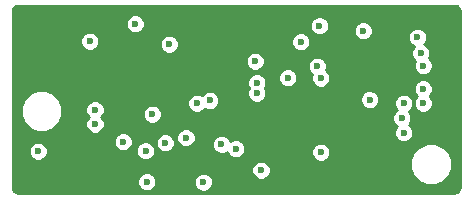
<source format=gbr>
G04 #@! TF.FileFunction,Copper,L3,Inr,Signal*
%FSLAX46Y46*%
G04 Gerber Fmt 4.6, Leading zero omitted, Abs format (unit mm)*
G04 Created by KiCad (PCBNEW 4.0.2-stable) date 2017年05月12日 星期五 07:52:48*
%MOMM*%
G01*
G04 APERTURE LIST*
%ADD10C,0.100000*%
%ADD11C,0.600000*%
%ADD12C,0.254000*%
G04 APERTURE END LIST*
D10*
D11*
X169575000Y-102125000D03*
X176100000Y-93800000D03*
X182850000Y-95200000D03*
X182650000Y-91700000D03*
X186625000Y-101875000D03*
X184150000Y-96200000D03*
X185250000Y-94100000D03*
X176000000Y-102200000D03*
X160225000Y-104650000D03*
X178775000Y-98325010D03*
X167400000Y-100450000D03*
X178775000Y-102375000D03*
X167725000Y-93349998D03*
X167350004Y-94475000D03*
X162700000Y-97650000D03*
X168500000Y-101700000D03*
X176100000Y-94774998D03*
X185800000Y-98025010D03*
X181650000Y-96200000D03*
X181650002Y-102475000D03*
X174475000Y-102200000D03*
X178874990Y-96175000D03*
X157725000Y-102400000D03*
X188675000Y-100850000D03*
X188675000Y-98350000D03*
X188525000Y-99600000D03*
X190350000Y-95150000D03*
X162100000Y-93100000D03*
X167400000Y-99275000D03*
X166925000Y-104975000D03*
X171725000Y-105025000D03*
X176600000Y-104000000D03*
X185250000Y-92200000D03*
X190125000Y-94100000D03*
X189850000Y-92750000D03*
X181550000Y-91775000D03*
X181350000Y-95200000D03*
X179975000Y-93125000D03*
X168825004Y-93350000D03*
X165950000Y-91625000D03*
X162550000Y-100100000D03*
X162550000Y-98900000D03*
X176250008Y-96600000D03*
X190349998Y-97125000D03*
X176250004Y-97500000D03*
X190349999Y-98349999D03*
X170250004Y-101250000D03*
X171175000Y-98350000D03*
X166825000Y-102375000D03*
X172275000Y-98099992D03*
X164925000Y-101600000D03*
X173250000Y-101825000D03*
D12*
G36*
X193155208Y-90125294D02*
X193286788Y-90213213D01*
X193374706Y-90344792D01*
X193417000Y-90557420D01*
X193417000Y-105442580D01*
X193374706Y-105655208D01*
X193286788Y-105786787D01*
X193155208Y-105874706D01*
X192942580Y-105917000D01*
X156057420Y-105917000D01*
X155844792Y-105874706D01*
X155713213Y-105786788D01*
X155625294Y-105655208D01*
X155583000Y-105442580D01*
X155583000Y-105135016D01*
X166116860Y-105135016D01*
X166239611Y-105432097D01*
X166466707Y-105659590D01*
X166763574Y-105782860D01*
X167085016Y-105783140D01*
X167382097Y-105660389D01*
X167609590Y-105433293D01*
X167712683Y-105185016D01*
X170916860Y-105185016D01*
X171039611Y-105482097D01*
X171266707Y-105709590D01*
X171563574Y-105832860D01*
X171885016Y-105833140D01*
X172182097Y-105710389D01*
X172409590Y-105483293D01*
X172532860Y-105186426D01*
X172533140Y-104864984D01*
X172410389Y-104567903D01*
X172183293Y-104340410D01*
X171886426Y-104217140D01*
X171564984Y-104216860D01*
X171267903Y-104339611D01*
X171040410Y-104566707D01*
X170917140Y-104863574D01*
X170916860Y-105185016D01*
X167712683Y-105185016D01*
X167732860Y-105136426D01*
X167733140Y-104814984D01*
X167610389Y-104517903D01*
X167383293Y-104290410D01*
X167086426Y-104167140D01*
X166764984Y-104166860D01*
X166467903Y-104289611D01*
X166240410Y-104516707D01*
X166117140Y-104813574D01*
X166116860Y-105135016D01*
X155583000Y-105135016D01*
X155583000Y-104160016D01*
X175791860Y-104160016D01*
X175914611Y-104457097D01*
X176141707Y-104684590D01*
X176438574Y-104807860D01*
X176760016Y-104808140D01*
X177057097Y-104685389D01*
X177284590Y-104458293D01*
X177407860Y-104161426D01*
X177408132Y-103848154D01*
X189241696Y-103848154D01*
X189508771Y-104494526D01*
X190002873Y-104989491D01*
X190648778Y-105257694D01*
X191348154Y-105258304D01*
X191994526Y-104991229D01*
X192489491Y-104497127D01*
X192757694Y-103851222D01*
X192758304Y-103151846D01*
X192491229Y-102505474D01*
X191997127Y-102010509D01*
X191351222Y-101742306D01*
X190651846Y-101741696D01*
X190005474Y-102008771D01*
X189510509Y-102502873D01*
X189242306Y-103148778D01*
X189241696Y-103848154D01*
X177408132Y-103848154D01*
X177408140Y-103839984D01*
X177285389Y-103542903D01*
X177058293Y-103315410D01*
X176761426Y-103192140D01*
X176439984Y-103191860D01*
X176142903Y-103314611D01*
X175915410Y-103541707D01*
X175792140Y-103838574D01*
X175791860Y-104160016D01*
X155583000Y-104160016D01*
X155583000Y-102560016D01*
X156916860Y-102560016D01*
X157039611Y-102857097D01*
X157266707Y-103084590D01*
X157563574Y-103207860D01*
X157885016Y-103208140D01*
X158182097Y-103085389D01*
X158409590Y-102858293D01*
X158532860Y-102561426D01*
X158532883Y-102535016D01*
X166016860Y-102535016D01*
X166139611Y-102832097D01*
X166366707Y-103059590D01*
X166663574Y-103182860D01*
X166985016Y-103183140D01*
X167282097Y-103060389D01*
X167509590Y-102833293D01*
X167632860Y-102536426D01*
X167633140Y-102214984D01*
X167510389Y-101917903D01*
X167452604Y-101860016D01*
X167691860Y-101860016D01*
X167814611Y-102157097D01*
X168041707Y-102384590D01*
X168338574Y-102507860D01*
X168660016Y-102508140D01*
X168957097Y-102385389D01*
X169184590Y-102158293D01*
X169307860Y-101861426D01*
X169308140Y-101539984D01*
X169254439Y-101410016D01*
X169441864Y-101410016D01*
X169564615Y-101707097D01*
X169791711Y-101934590D01*
X170088578Y-102057860D01*
X170410020Y-102058140D01*
X170586994Y-101985016D01*
X172441860Y-101985016D01*
X172564611Y-102282097D01*
X172791707Y-102509590D01*
X173088574Y-102632860D01*
X173410016Y-102633140D01*
X173707097Y-102510389D01*
X173722599Y-102494914D01*
X173789611Y-102657097D01*
X174016707Y-102884590D01*
X174313574Y-103007860D01*
X174635016Y-103008140D01*
X174932097Y-102885389D01*
X175159590Y-102658293D01*
X175169255Y-102635016D01*
X180841862Y-102635016D01*
X180964613Y-102932097D01*
X181191709Y-103159590D01*
X181488576Y-103282860D01*
X181810018Y-103283140D01*
X182107099Y-103160389D01*
X182334592Y-102933293D01*
X182457862Y-102636426D01*
X182458142Y-102314984D01*
X182335391Y-102017903D01*
X182108295Y-101790410D01*
X181811428Y-101667140D01*
X181489986Y-101666860D01*
X181192905Y-101789611D01*
X180965412Y-102016707D01*
X180842142Y-102313574D01*
X180841862Y-102635016D01*
X175169255Y-102635016D01*
X175282860Y-102361426D01*
X175283140Y-102039984D01*
X175160389Y-101742903D01*
X174933293Y-101515410D01*
X174636426Y-101392140D01*
X174314984Y-101391860D01*
X174017903Y-101514611D01*
X174002401Y-101530086D01*
X173935389Y-101367903D01*
X173708293Y-101140410D01*
X173411426Y-101017140D01*
X173089984Y-101016860D01*
X172792903Y-101139611D01*
X172565410Y-101366707D01*
X172442140Y-101663574D01*
X172441860Y-101985016D01*
X170586994Y-101985016D01*
X170707101Y-101935389D01*
X170934594Y-101708293D01*
X171057864Y-101411426D01*
X171058144Y-101089984D01*
X170935393Y-100792903D01*
X170708297Y-100565410D01*
X170411430Y-100442140D01*
X170089988Y-100441860D01*
X169792907Y-100564611D01*
X169565414Y-100791707D01*
X169442144Y-101088574D01*
X169441864Y-101410016D01*
X169254439Y-101410016D01*
X169185389Y-101242903D01*
X168958293Y-101015410D01*
X168661426Y-100892140D01*
X168339984Y-100891860D01*
X168042903Y-101014611D01*
X167815410Y-101241707D01*
X167692140Y-101538574D01*
X167691860Y-101860016D01*
X167452604Y-101860016D01*
X167283293Y-101690410D01*
X166986426Y-101567140D01*
X166664984Y-101566860D01*
X166367903Y-101689611D01*
X166140410Y-101916707D01*
X166017140Y-102213574D01*
X166016860Y-102535016D01*
X158532883Y-102535016D01*
X158533140Y-102239984D01*
X158410389Y-101942903D01*
X158227822Y-101760016D01*
X164116860Y-101760016D01*
X164239611Y-102057097D01*
X164466707Y-102284590D01*
X164763574Y-102407860D01*
X165085016Y-102408140D01*
X165382097Y-102285389D01*
X165609590Y-102058293D01*
X165732860Y-101761426D01*
X165733140Y-101439984D01*
X165610389Y-101142903D01*
X165383293Y-100915410D01*
X165086426Y-100792140D01*
X164764984Y-100791860D01*
X164467903Y-100914611D01*
X164240410Y-101141707D01*
X164117140Y-101438574D01*
X164116860Y-101760016D01*
X158227822Y-101760016D01*
X158183293Y-101715410D01*
X157886426Y-101592140D01*
X157564984Y-101591860D01*
X157267903Y-101714611D01*
X157040410Y-101941707D01*
X156917140Y-102238574D01*
X156916860Y-102560016D01*
X155583000Y-102560016D01*
X155583000Y-99348154D01*
X156241696Y-99348154D01*
X156508771Y-99994526D01*
X157002873Y-100489491D01*
X157648778Y-100757694D01*
X158348154Y-100758304D01*
X158994526Y-100491229D01*
X159489491Y-99997127D01*
X159757694Y-99351222D01*
X159757947Y-99060016D01*
X161741860Y-99060016D01*
X161864611Y-99357097D01*
X162007315Y-99500050D01*
X161865410Y-99641707D01*
X161742140Y-99938574D01*
X161741860Y-100260016D01*
X161864611Y-100557097D01*
X162091707Y-100784590D01*
X162388574Y-100907860D01*
X162710016Y-100908140D01*
X163007097Y-100785389D01*
X163234590Y-100558293D01*
X163357860Y-100261426D01*
X163358140Y-99939984D01*
X163235389Y-99642903D01*
X163092685Y-99499950D01*
X163157732Y-99435016D01*
X166591860Y-99435016D01*
X166714611Y-99732097D01*
X166941707Y-99959590D01*
X167238574Y-100082860D01*
X167560016Y-100083140D01*
X167857097Y-99960389D01*
X168057820Y-99760016D01*
X187716860Y-99760016D01*
X187839611Y-100057097D01*
X188066707Y-100284590D01*
X188088605Y-100293683D01*
X187990410Y-100391707D01*
X187867140Y-100688574D01*
X187866860Y-101010016D01*
X187989611Y-101307097D01*
X188216707Y-101534590D01*
X188513574Y-101657860D01*
X188835016Y-101658140D01*
X189132097Y-101535389D01*
X189359590Y-101308293D01*
X189482860Y-101011426D01*
X189483140Y-100689984D01*
X189360389Y-100392903D01*
X189133293Y-100165410D01*
X189111395Y-100156317D01*
X189209590Y-100058293D01*
X189332860Y-99761426D01*
X189333140Y-99439984D01*
X189210389Y-99142903D01*
X189111541Y-99043882D01*
X189132097Y-99035389D01*
X189359590Y-98808293D01*
X189482860Y-98511426D01*
X189483140Y-98189984D01*
X189360389Y-97892903D01*
X189133293Y-97665410D01*
X188836426Y-97542140D01*
X188514984Y-97541860D01*
X188217903Y-97664611D01*
X187990410Y-97891707D01*
X187867140Y-98188574D01*
X187866860Y-98510016D01*
X187989611Y-98807097D01*
X188088459Y-98906118D01*
X188067903Y-98914611D01*
X187840410Y-99141707D01*
X187717140Y-99438574D01*
X187716860Y-99760016D01*
X168057820Y-99760016D01*
X168084590Y-99733293D01*
X168207860Y-99436426D01*
X168208140Y-99114984D01*
X168085389Y-98817903D01*
X167858293Y-98590410D01*
X167664683Y-98510016D01*
X170366860Y-98510016D01*
X170489611Y-98807097D01*
X170716707Y-99034590D01*
X171013574Y-99157860D01*
X171335016Y-99158140D01*
X171632097Y-99035389D01*
X171859590Y-98808293D01*
X171861681Y-98803257D01*
X172113574Y-98907852D01*
X172435016Y-98908132D01*
X172732097Y-98785381D01*
X172959590Y-98558285D01*
X173082860Y-98261418D01*
X173083140Y-97939976D01*
X172967464Y-97660016D01*
X175441864Y-97660016D01*
X175564615Y-97957097D01*
X175791711Y-98184590D01*
X176088578Y-98307860D01*
X176410020Y-98308140D01*
X176707101Y-98185389D01*
X176707464Y-98185026D01*
X184991860Y-98185026D01*
X185114611Y-98482107D01*
X185341707Y-98709600D01*
X185638574Y-98832870D01*
X185960016Y-98833150D01*
X186257097Y-98710399D01*
X186484590Y-98483303D01*
X186607860Y-98186436D01*
X186608140Y-97864994D01*
X186485389Y-97567913D01*
X186258293Y-97340420D01*
X186124866Y-97285016D01*
X189541858Y-97285016D01*
X189664609Y-97582097D01*
X189819813Y-97737572D01*
X189665409Y-97891706D01*
X189542139Y-98188573D01*
X189541859Y-98510015D01*
X189664610Y-98807096D01*
X189891706Y-99034589D01*
X190188573Y-99157859D01*
X190510015Y-99158139D01*
X190807096Y-99035388D01*
X191034589Y-98808292D01*
X191157859Y-98511425D01*
X191158139Y-98189983D01*
X191035388Y-97892902D01*
X190880184Y-97737427D01*
X191034588Y-97583293D01*
X191157858Y-97286426D01*
X191158138Y-96964984D01*
X191035387Y-96667903D01*
X190808291Y-96440410D01*
X190511424Y-96317140D01*
X190189982Y-96316860D01*
X189892901Y-96439611D01*
X189665408Y-96666707D01*
X189542138Y-96963574D01*
X189541858Y-97285016D01*
X186124866Y-97285016D01*
X185961426Y-97217150D01*
X185639984Y-97216870D01*
X185342903Y-97339621D01*
X185115410Y-97566717D01*
X184992140Y-97863584D01*
X184991860Y-98185026D01*
X176707464Y-98185026D01*
X176934594Y-97958293D01*
X177057864Y-97661426D01*
X177058144Y-97339984D01*
X176938184Y-97049657D01*
X177057868Y-96761426D01*
X177058148Y-96439984D01*
X177014777Y-96335016D01*
X178066850Y-96335016D01*
X178189601Y-96632097D01*
X178416697Y-96859590D01*
X178713564Y-96982860D01*
X179035006Y-96983140D01*
X179332087Y-96860389D01*
X179559580Y-96633293D01*
X179682850Y-96336426D01*
X179683130Y-96014984D01*
X179560379Y-95717903D01*
X179333283Y-95490410D01*
X179036416Y-95367140D01*
X178714974Y-95366860D01*
X178417893Y-95489611D01*
X178190400Y-95716707D01*
X178067130Y-96013574D01*
X178066850Y-96335016D01*
X177014777Y-96335016D01*
X176935397Y-96142903D01*
X176708301Y-95915410D01*
X176411434Y-95792140D01*
X176089992Y-95791860D01*
X175792911Y-95914611D01*
X175565418Y-96141707D01*
X175442148Y-96438574D01*
X175441868Y-96760016D01*
X175561828Y-97050343D01*
X175442144Y-97338574D01*
X175441864Y-97660016D01*
X172967464Y-97660016D01*
X172960389Y-97642895D01*
X172733293Y-97415402D01*
X172436426Y-97292132D01*
X172114984Y-97291852D01*
X171817903Y-97414603D01*
X171590410Y-97641699D01*
X171588319Y-97646735D01*
X171336426Y-97542140D01*
X171014984Y-97541860D01*
X170717903Y-97664611D01*
X170490410Y-97891707D01*
X170367140Y-98188574D01*
X170366860Y-98510016D01*
X167664683Y-98510016D01*
X167561426Y-98467140D01*
X167239984Y-98466860D01*
X166942903Y-98589611D01*
X166715410Y-98816707D01*
X166592140Y-99113574D01*
X166591860Y-99435016D01*
X163157732Y-99435016D01*
X163234590Y-99358293D01*
X163357860Y-99061426D01*
X163358140Y-98739984D01*
X163235389Y-98442903D01*
X163008293Y-98215410D01*
X162711426Y-98092140D01*
X162389984Y-98091860D01*
X162092903Y-98214611D01*
X161865410Y-98441707D01*
X161742140Y-98738574D01*
X161741860Y-99060016D01*
X159757947Y-99060016D01*
X159758304Y-98651846D01*
X159491229Y-98005474D01*
X158997127Y-97510509D01*
X158351222Y-97242306D01*
X157651846Y-97241696D01*
X157005474Y-97508771D01*
X156510509Y-98002873D01*
X156242306Y-98648778D01*
X156241696Y-99348154D01*
X155583000Y-99348154D01*
X155583000Y-94935014D01*
X175291860Y-94935014D01*
X175414611Y-95232095D01*
X175641707Y-95459588D01*
X175938574Y-95582858D01*
X176260016Y-95583138D01*
X176557097Y-95460387D01*
X176657643Y-95360016D01*
X180541860Y-95360016D01*
X180664611Y-95657097D01*
X180891707Y-95884590D01*
X180903966Y-95889680D01*
X180842140Y-96038574D01*
X180841860Y-96360016D01*
X180964611Y-96657097D01*
X181191707Y-96884590D01*
X181488574Y-97007860D01*
X181810016Y-97008140D01*
X182107097Y-96885389D01*
X182334590Y-96658293D01*
X182457860Y-96361426D01*
X182458140Y-96039984D01*
X182335389Y-95742903D01*
X182108293Y-95515410D01*
X182096034Y-95510320D01*
X182157860Y-95361426D01*
X182158140Y-95039984D01*
X182035389Y-94742903D01*
X181808293Y-94515410D01*
X181511426Y-94392140D01*
X181189984Y-94391860D01*
X180892903Y-94514611D01*
X180665410Y-94741707D01*
X180542140Y-95038574D01*
X180541860Y-95360016D01*
X176657643Y-95360016D01*
X176784590Y-95233291D01*
X176907860Y-94936424D01*
X176908140Y-94614982D01*
X176785389Y-94317901D01*
X176558293Y-94090408D01*
X176261426Y-93967138D01*
X175939984Y-93966858D01*
X175642903Y-94089609D01*
X175415410Y-94316705D01*
X175292140Y-94613572D01*
X175291860Y-94935014D01*
X155583000Y-94935014D01*
X155583000Y-93260016D01*
X161291860Y-93260016D01*
X161414611Y-93557097D01*
X161641707Y-93784590D01*
X161938574Y-93907860D01*
X162260016Y-93908140D01*
X162557097Y-93785389D01*
X162784590Y-93558293D01*
X162804636Y-93510016D01*
X168016864Y-93510016D01*
X168139615Y-93807097D01*
X168366711Y-94034590D01*
X168663578Y-94157860D01*
X168985020Y-94158140D01*
X169282101Y-94035389D01*
X169509594Y-93808293D01*
X169632864Y-93511426D01*
X169633061Y-93285016D01*
X179166860Y-93285016D01*
X179289611Y-93582097D01*
X179516707Y-93809590D01*
X179813574Y-93932860D01*
X180135016Y-93933140D01*
X180432097Y-93810389D01*
X180659590Y-93583293D01*
X180782860Y-93286426D01*
X180783140Y-92964984D01*
X180660389Y-92667903D01*
X180433293Y-92440410D01*
X180136426Y-92317140D01*
X179814984Y-92316860D01*
X179517903Y-92439611D01*
X179290410Y-92666707D01*
X179167140Y-92963574D01*
X179166860Y-93285016D01*
X169633061Y-93285016D01*
X169633144Y-93189984D01*
X169510393Y-92892903D01*
X169283297Y-92665410D01*
X168986430Y-92542140D01*
X168664988Y-92541860D01*
X168367907Y-92664611D01*
X168140414Y-92891707D01*
X168017144Y-93188574D01*
X168016864Y-93510016D01*
X162804636Y-93510016D01*
X162907860Y-93261426D01*
X162908140Y-92939984D01*
X162785389Y-92642903D01*
X162558293Y-92415410D01*
X162261426Y-92292140D01*
X161939984Y-92291860D01*
X161642903Y-92414611D01*
X161415410Y-92641707D01*
X161292140Y-92938574D01*
X161291860Y-93260016D01*
X155583000Y-93260016D01*
X155583000Y-91785016D01*
X165141860Y-91785016D01*
X165264611Y-92082097D01*
X165491707Y-92309590D01*
X165788574Y-92432860D01*
X166110016Y-92433140D01*
X166407097Y-92310389D01*
X166634590Y-92083293D01*
X166696160Y-91935016D01*
X180741860Y-91935016D01*
X180864611Y-92232097D01*
X181091707Y-92459590D01*
X181388574Y-92582860D01*
X181710016Y-92583140D01*
X182007097Y-92460389D01*
X182107645Y-92360016D01*
X184441860Y-92360016D01*
X184564611Y-92657097D01*
X184791707Y-92884590D01*
X185088574Y-93007860D01*
X185410016Y-93008140D01*
X185647494Y-92910016D01*
X189041860Y-92910016D01*
X189164611Y-93207097D01*
X189391707Y-93434590D01*
X189572631Y-93509716D01*
X189440410Y-93641707D01*
X189317140Y-93938574D01*
X189316860Y-94260016D01*
X189439611Y-94557097D01*
X189638553Y-94756386D01*
X189542140Y-94988574D01*
X189541860Y-95310016D01*
X189664611Y-95607097D01*
X189891707Y-95834590D01*
X190188574Y-95957860D01*
X190510016Y-95958140D01*
X190807097Y-95835389D01*
X191034590Y-95608293D01*
X191157860Y-95311426D01*
X191158140Y-94989984D01*
X191035389Y-94692903D01*
X190836447Y-94493614D01*
X190932860Y-94261426D01*
X190933140Y-93939984D01*
X190810389Y-93642903D01*
X190583293Y-93415410D01*
X190402369Y-93340284D01*
X190534590Y-93208293D01*
X190657860Y-92911426D01*
X190658140Y-92589984D01*
X190535389Y-92292903D01*
X190308293Y-92065410D01*
X190011426Y-91942140D01*
X189689984Y-91941860D01*
X189392903Y-92064611D01*
X189165410Y-92291707D01*
X189042140Y-92588574D01*
X189041860Y-92910016D01*
X185647494Y-92910016D01*
X185707097Y-92885389D01*
X185934590Y-92658293D01*
X186057860Y-92361426D01*
X186058140Y-92039984D01*
X185935389Y-91742903D01*
X185708293Y-91515410D01*
X185411426Y-91392140D01*
X185089984Y-91391860D01*
X184792903Y-91514611D01*
X184565410Y-91741707D01*
X184442140Y-92038574D01*
X184441860Y-92360016D01*
X182107645Y-92360016D01*
X182234590Y-92233293D01*
X182357860Y-91936426D01*
X182358140Y-91614984D01*
X182235389Y-91317903D01*
X182008293Y-91090410D01*
X181711426Y-90967140D01*
X181389984Y-90966860D01*
X181092903Y-91089611D01*
X180865410Y-91316707D01*
X180742140Y-91613574D01*
X180741860Y-91935016D01*
X166696160Y-91935016D01*
X166757860Y-91786426D01*
X166758140Y-91464984D01*
X166635389Y-91167903D01*
X166408293Y-90940410D01*
X166111426Y-90817140D01*
X165789984Y-90816860D01*
X165492903Y-90939611D01*
X165265410Y-91166707D01*
X165142140Y-91463574D01*
X165141860Y-91785016D01*
X155583000Y-91785016D01*
X155583000Y-90557420D01*
X155625294Y-90344792D01*
X155713213Y-90213212D01*
X155844792Y-90125294D01*
X156057420Y-90083000D01*
X192942580Y-90083000D01*
X193155208Y-90125294D01*
X193155208Y-90125294D01*
G37*
X193155208Y-90125294D02*
X193286788Y-90213213D01*
X193374706Y-90344792D01*
X193417000Y-90557420D01*
X193417000Y-105442580D01*
X193374706Y-105655208D01*
X193286788Y-105786787D01*
X193155208Y-105874706D01*
X192942580Y-105917000D01*
X156057420Y-105917000D01*
X155844792Y-105874706D01*
X155713213Y-105786788D01*
X155625294Y-105655208D01*
X155583000Y-105442580D01*
X155583000Y-105135016D01*
X166116860Y-105135016D01*
X166239611Y-105432097D01*
X166466707Y-105659590D01*
X166763574Y-105782860D01*
X167085016Y-105783140D01*
X167382097Y-105660389D01*
X167609590Y-105433293D01*
X167712683Y-105185016D01*
X170916860Y-105185016D01*
X171039611Y-105482097D01*
X171266707Y-105709590D01*
X171563574Y-105832860D01*
X171885016Y-105833140D01*
X172182097Y-105710389D01*
X172409590Y-105483293D01*
X172532860Y-105186426D01*
X172533140Y-104864984D01*
X172410389Y-104567903D01*
X172183293Y-104340410D01*
X171886426Y-104217140D01*
X171564984Y-104216860D01*
X171267903Y-104339611D01*
X171040410Y-104566707D01*
X170917140Y-104863574D01*
X170916860Y-105185016D01*
X167712683Y-105185016D01*
X167732860Y-105136426D01*
X167733140Y-104814984D01*
X167610389Y-104517903D01*
X167383293Y-104290410D01*
X167086426Y-104167140D01*
X166764984Y-104166860D01*
X166467903Y-104289611D01*
X166240410Y-104516707D01*
X166117140Y-104813574D01*
X166116860Y-105135016D01*
X155583000Y-105135016D01*
X155583000Y-104160016D01*
X175791860Y-104160016D01*
X175914611Y-104457097D01*
X176141707Y-104684590D01*
X176438574Y-104807860D01*
X176760016Y-104808140D01*
X177057097Y-104685389D01*
X177284590Y-104458293D01*
X177407860Y-104161426D01*
X177408132Y-103848154D01*
X189241696Y-103848154D01*
X189508771Y-104494526D01*
X190002873Y-104989491D01*
X190648778Y-105257694D01*
X191348154Y-105258304D01*
X191994526Y-104991229D01*
X192489491Y-104497127D01*
X192757694Y-103851222D01*
X192758304Y-103151846D01*
X192491229Y-102505474D01*
X191997127Y-102010509D01*
X191351222Y-101742306D01*
X190651846Y-101741696D01*
X190005474Y-102008771D01*
X189510509Y-102502873D01*
X189242306Y-103148778D01*
X189241696Y-103848154D01*
X177408132Y-103848154D01*
X177408140Y-103839984D01*
X177285389Y-103542903D01*
X177058293Y-103315410D01*
X176761426Y-103192140D01*
X176439984Y-103191860D01*
X176142903Y-103314611D01*
X175915410Y-103541707D01*
X175792140Y-103838574D01*
X175791860Y-104160016D01*
X155583000Y-104160016D01*
X155583000Y-102560016D01*
X156916860Y-102560016D01*
X157039611Y-102857097D01*
X157266707Y-103084590D01*
X157563574Y-103207860D01*
X157885016Y-103208140D01*
X158182097Y-103085389D01*
X158409590Y-102858293D01*
X158532860Y-102561426D01*
X158532883Y-102535016D01*
X166016860Y-102535016D01*
X166139611Y-102832097D01*
X166366707Y-103059590D01*
X166663574Y-103182860D01*
X166985016Y-103183140D01*
X167282097Y-103060389D01*
X167509590Y-102833293D01*
X167632860Y-102536426D01*
X167633140Y-102214984D01*
X167510389Y-101917903D01*
X167452604Y-101860016D01*
X167691860Y-101860016D01*
X167814611Y-102157097D01*
X168041707Y-102384590D01*
X168338574Y-102507860D01*
X168660016Y-102508140D01*
X168957097Y-102385389D01*
X169184590Y-102158293D01*
X169307860Y-101861426D01*
X169308140Y-101539984D01*
X169254439Y-101410016D01*
X169441864Y-101410016D01*
X169564615Y-101707097D01*
X169791711Y-101934590D01*
X170088578Y-102057860D01*
X170410020Y-102058140D01*
X170586994Y-101985016D01*
X172441860Y-101985016D01*
X172564611Y-102282097D01*
X172791707Y-102509590D01*
X173088574Y-102632860D01*
X173410016Y-102633140D01*
X173707097Y-102510389D01*
X173722599Y-102494914D01*
X173789611Y-102657097D01*
X174016707Y-102884590D01*
X174313574Y-103007860D01*
X174635016Y-103008140D01*
X174932097Y-102885389D01*
X175159590Y-102658293D01*
X175169255Y-102635016D01*
X180841862Y-102635016D01*
X180964613Y-102932097D01*
X181191709Y-103159590D01*
X181488576Y-103282860D01*
X181810018Y-103283140D01*
X182107099Y-103160389D01*
X182334592Y-102933293D01*
X182457862Y-102636426D01*
X182458142Y-102314984D01*
X182335391Y-102017903D01*
X182108295Y-101790410D01*
X181811428Y-101667140D01*
X181489986Y-101666860D01*
X181192905Y-101789611D01*
X180965412Y-102016707D01*
X180842142Y-102313574D01*
X180841862Y-102635016D01*
X175169255Y-102635016D01*
X175282860Y-102361426D01*
X175283140Y-102039984D01*
X175160389Y-101742903D01*
X174933293Y-101515410D01*
X174636426Y-101392140D01*
X174314984Y-101391860D01*
X174017903Y-101514611D01*
X174002401Y-101530086D01*
X173935389Y-101367903D01*
X173708293Y-101140410D01*
X173411426Y-101017140D01*
X173089984Y-101016860D01*
X172792903Y-101139611D01*
X172565410Y-101366707D01*
X172442140Y-101663574D01*
X172441860Y-101985016D01*
X170586994Y-101985016D01*
X170707101Y-101935389D01*
X170934594Y-101708293D01*
X171057864Y-101411426D01*
X171058144Y-101089984D01*
X170935393Y-100792903D01*
X170708297Y-100565410D01*
X170411430Y-100442140D01*
X170089988Y-100441860D01*
X169792907Y-100564611D01*
X169565414Y-100791707D01*
X169442144Y-101088574D01*
X169441864Y-101410016D01*
X169254439Y-101410016D01*
X169185389Y-101242903D01*
X168958293Y-101015410D01*
X168661426Y-100892140D01*
X168339984Y-100891860D01*
X168042903Y-101014611D01*
X167815410Y-101241707D01*
X167692140Y-101538574D01*
X167691860Y-101860016D01*
X167452604Y-101860016D01*
X167283293Y-101690410D01*
X166986426Y-101567140D01*
X166664984Y-101566860D01*
X166367903Y-101689611D01*
X166140410Y-101916707D01*
X166017140Y-102213574D01*
X166016860Y-102535016D01*
X158532883Y-102535016D01*
X158533140Y-102239984D01*
X158410389Y-101942903D01*
X158227822Y-101760016D01*
X164116860Y-101760016D01*
X164239611Y-102057097D01*
X164466707Y-102284590D01*
X164763574Y-102407860D01*
X165085016Y-102408140D01*
X165382097Y-102285389D01*
X165609590Y-102058293D01*
X165732860Y-101761426D01*
X165733140Y-101439984D01*
X165610389Y-101142903D01*
X165383293Y-100915410D01*
X165086426Y-100792140D01*
X164764984Y-100791860D01*
X164467903Y-100914611D01*
X164240410Y-101141707D01*
X164117140Y-101438574D01*
X164116860Y-101760016D01*
X158227822Y-101760016D01*
X158183293Y-101715410D01*
X157886426Y-101592140D01*
X157564984Y-101591860D01*
X157267903Y-101714611D01*
X157040410Y-101941707D01*
X156917140Y-102238574D01*
X156916860Y-102560016D01*
X155583000Y-102560016D01*
X155583000Y-99348154D01*
X156241696Y-99348154D01*
X156508771Y-99994526D01*
X157002873Y-100489491D01*
X157648778Y-100757694D01*
X158348154Y-100758304D01*
X158994526Y-100491229D01*
X159489491Y-99997127D01*
X159757694Y-99351222D01*
X159757947Y-99060016D01*
X161741860Y-99060016D01*
X161864611Y-99357097D01*
X162007315Y-99500050D01*
X161865410Y-99641707D01*
X161742140Y-99938574D01*
X161741860Y-100260016D01*
X161864611Y-100557097D01*
X162091707Y-100784590D01*
X162388574Y-100907860D01*
X162710016Y-100908140D01*
X163007097Y-100785389D01*
X163234590Y-100558293D01*
X163357860Y-100261426D01*
X163358140Y-99939984D01*
X163235389Y-99642903D01*
X163092685Y-99499950D01*
X163157732Y-99435016D01*
X166591860Y-99435016D01*
X166714611Y-99732097D01*
X166941707Y-99959590D01*
X167238574Y-100082860D01*
X167560016Y-100083140D01*
X167857097Y-99960389D01*
X168057820Y-99760016D01*
X187716860Y-99760016D01*
X187839611Y-100057097D01*
X188066707Y-100284590D01*
X188088605Y-100293683D01*
X187990410Y-100391707D01*
X187867140Y-100688574D01*
X187866860Y-101010016D01*
X187989611Y-101307097D01*
X188216707Y-101534590D01*
X188513574Y-101657860D01*
X188835016Y-101658140D01*
X189132097Y-101535389D01*
X189359590Y-101308293D01*
X189482860Y-101011426D01*
X189483140Y-100689984D01*
X189360389Y-100392903D01*
X189133293Y-100165410D01*
X189111395Y-100156317D01*
X189209590Y-100058293D01*
X189332860Y-99761426D01*
X189333140Y-99439984D01*
X189210389Y-99142903D01*
X189111541Y-99043882D01*
X189132097Y-99035389D01*
X189359590Y-98808293D01*
X189482860Y-98511426D01*
X189483140Y-98189984D01*
X189360389Y-97892903D01*
X189133293Y-97665410D01*
X188836426Y-97542140D01*
X188514984Y-97541860D01*
X188217903Y-97664611D01*
X187990410Y-97891707D01*
X187867140Y-98188574D01*
X187866860Y-98510016D01*
X187989611Y-98807097D01*
X188088459Y-98906118D01*
X188067903Y-98914611D01*
X187840410Y-99141707D01*
X187717140Y-99438574D01*
X187716860Y-99760016D01*
X168057820Y-99760016D01*
X168084590Y-99733293D01*
X168207860Y-99436426D01*
X168208140Y-99114984D01*
X168085389Y-98817903D01*
X167858293Y-98590410D01*
X167664683Y-98510016D01*
X170366860Y-98510016D01*
X170489611Y-98807097D01*
X170716707Y-99034590D01*
X171013574Y-99157860D01*
X171335016Y-99158140D01*
X171632097Y-99035389D01*
X171859590Y-98808293D01*
X171861681Y-98803257D01*
X172113574Y-98907852D01*
X172435016Y-98908132D01*
X172732097Y-98785381D01*
X172959590Y-98558285D01*
X173082860Y-98261418D01*
X173083140Y-97939976D01*
X172967464Y-97660016D01*
X175441864Y-97660016D01*
X175564615Y-97957097D01*
X175791711Y-98184590D01*
X176088578Y-98307860D01*
X176410020Y-98308140D01*
X176707101Y-98185389D01*
X176707464Y-98185026D01*
X184991860Y-98185026D01*
X185114611Y-98482107D01*
X185341707Y-98709600D01*
X185638574Y-98832870D01*
X185960016Y-98833150D01*
X186257097Y-98710399D01*
X186484590Y-98483303D01*
X186607860Y-98186436D01*
X186608140Y-97864994D01*
X186485389Y-97567913D01*
X186258293Y-97340420D01*
X186124866Y-97285016D01*
X189541858Y-97285016D01*
X189664609Y-97582097D01*
X189819813Y-97737572D01*
X189665409Y-97891706D01*
X189542139Y-98188573D01*
X189541859Y-98510015D01*
X189664610Y-98807096D01*
X189891706Y-99034589D01*
X190188573Y-99157859D01*
X190510015Y-99158139D01*
X190807096Y-99035388D01*
X191034589Y-98808292D01*
X191157859Y-98511425D01*
X191158139Y-98189983D01*
X191035388Y-97892902D01*
X190880184Y-97737427D01*
X191034588Y-97583293D01*
X191157858Y-97286426D01*
X191158138Y-96964984D01*
X191035387Y-96667903D01*
X190808291Y-96440410D01*
X190511424Y-96317140D01*
X190189982Y-96316860D01*
X189892901Y-96439611D01*
X189665408Y-96666707D01*
X189542138Y-96963574D01*
X189541858Y-97285016D01*
X186124866Y-97285016D01*
X185961426Y-97217150D01*
X185639984Y-97216870D01*
X185342903Y-97339621D01*
X185115410Y-97566717D01*
X184992140Y-97863584D01*
X184991860Y-98185026D01*
X176707464Y-98185026D01*
X176934594Y-97958293D01*
X177057864Y-97661426D01*
X177058144Y-97339984D01*
X176938184Y-97049657D01*
X177057868Y-96761426D01*
X177058148Y-96439984D01*
X177014777Y-96335016D01*
X178066850Y-96335016D01*
X178189601Y-96632097D01*
X178416697Y-96859590D01*
X178713564Y-96982860D01*
X179035006Y-96983140D01*
X179332087Y-96860389D01*
X179559580Y-96633293D01*
X179682850Y-96336426D01*
X179683130Y-96014984D01*
X179560379Y-95717903D01*
X179333283Y-95490410D01*
X179036416Y-95367140D01*
X178714974Y-95366860D01*
X178417893Y-95489611D01*
X178190400Y-95716707D01*
X178067130Y-96013574D01*
X178066850Y-96335016D01*
X177014777Y-96335016D01*
X176935397Y-96142903D01*
X176708301Y-95915410D01*
X176411434Y-95792140D01*
X176089992Y-95791860D01*
X175792911Y-95914611D01*
X175565418Y-96141707D01*
X175442148Y-96438574D01*
X175441868Y-96760016D01*
X175561828Y-97050343D01*
X175442144Y-97338574D01*
X175441864Y-97660016D01*
X172967464Y-97660016D01*
X172960389Y-97642895D01*
X172733293Y-97415402D01*
X172436426Y-97292132D01*
X172114984Y-97291852D01*
X171817903Y-97414603D01*
X171590410Y-97641699D01*
X171588319Y-97646735D01*
X171336426Y-97542140D01*
X171014984Y-97541860D01*
X170717903Y-97664611D01*
X170490410Y-97891707D01*
X170367140Y-98188574D01*
X170366860Y-98510016D01*
X167664683Y-98510016D01*
X167561426Y-98467140D01*
X167239984Y-98466860D01*
X166942903Y-98589611D01*
X166715410Y-98816707D01*
X166592140Y-99113574D01*
X166591860Y-99435016D01*
X163157732Y-99435016D01*
X163234590Y-99358293D01*
X163357860Y-99061426D01*
X163358140Y-98739984D01*
X163235389Y-98442903D01*
X163008293Y-98215410D01*
X162711426Y-98092140D01*
X162389984Y-98091860D01*
X162092903Y-98214611D01*
X161865410Y-98441707D01*
X161742140Y-98738574D01*
X161741860Y-99060016D01*
X159757947Y-99060016D01*
X159758304Y-98651846D01*
X159491229Y-98005474D01*
X158997127Y-97510509D01*
X158351222Y-97242306D01*
X157651846Y-97241696D01*
X157005474Y-97508771D01*
X156510509Y-98002873D01*
X156242306Y-98648778D01*
X156241696Y-99348154D01*
X155583000Y-99348154D01*
X155583000Y-94935014D01*
X175291860Y-94935014D01*
X175414611Y-95232095D01*
X175641707Y-95459588D01*
X175938574Y-95582858D01*
X176260016Y-95583138D01*
X176557097Y-95460387D01*
X176657643Y-95360016D01*
X180541860Y-95360016D01*
X180664611Y-95657097D01*
X180891707Y-95884590D01*
X180903966Y-95889680D01*
X180842140Y-96038574D01*
X180841860Y-96360016D01*
X180964611Y-96657097D01*
X181191707Y-96884590D01*
X181488574Y-97007860D01*
X181810016Y-97008140D01*
X182107097Y-96885389D01*
X182334590Y-96658293D01*
X182457860Y-96361426D01*
X182458140Y-96039984D01*
X182335389Y-95742903D01*
X182108293Y-95515410D01*
X182096034Y-95510320D01*
X182157860Y-95361426D01*
X182158140Y-95039984D01*
X182035389Y-94742903D01*
X181808293Y-94515410D01*
X181511426Y-94392140D01*
X181189984Y-94391860D01*
X180892903Y-94514611D01*
X180665410Y-94741707D01*
X180542140Y-95038574D01*
X180541860Y-95360016D01*
X176657643Y-95360016D01*
X176784590Y-95233291D01*
X176907860Y-94936424D01*
X176908140Y-94614982D01*
X176785389Y-94317901D01*
X176558293Y-94090408D01*
X176261426Y-93967138D01*
X175939984Y-93966858D01*
X175642903Y-94089609D01*
X175415410Y-94316705D01*
X175292140Y-94613572D01*
X175291860Y-94935014D01*
X155583000Y-94935014D01*
X155583000Y-93260016D01*
X161291860Y-93260016D01*
X161414611Y-93557097D01*
X161641707Y-93784590D01*
X161938574Y-93907860D01*
X162260016Y-93908140D01*
X162557097Y-93785389D01*
X162784590Y-93558293D01*
X162804636Y-93510016D01*
X168016864Y-93510016D01*
X168139615Y-93807097D01*
X168366711Y-94034590D01*
X168663578Y-94157860D01*
X168985020Y-94158140D01*
X169282101Y-94035389D01*
X169509594Y-93808293D01*
X169632864Y-93511426D01*
X169633061Y-93285016D01*
X179166860Y-93285016D01*
X179289611Y-93582097D01*
X179516707Y-93809590D01*
X179813574Y-93932860D01*
X180135016Y-93933140D01*
X180432097Y-93810389D01*
X180659590Y-93583293D01*
X180782860Y-93286426D01*
X180783140Y-92964984D01*
X180660389Y-92667903D01*
X180433293Y-92440410D01*
X180136426Y-92317140D01*
X179814984Y-92316860D01*
X179517903Y-92439611D01*
X179290410Y-92666707D01*
X179167140Y-92963574D01*
X179166860Y-93285016D01*
X169633061Y-93285016D01*
X169633144Y-93189984D01*
X169510393Y-92892903D01*
X169283297Y-92665410D01*
X168986430Y-92542140D01*
X168664988Y-92541860D01*
X168367907Y-92664611D01*
X168140414Y-92891707D01*
X168017144Y-93188574D01*
X168016864Y-93510016D01*
X162804636Y-93510016D01*
X162907860Y-93261426D01*
X162908140Y-92939984D01*
X162785389Y-92642903D01*
X162558293Y-92415410D01*
X162261426Y-92292140D01*
X161939984Y-92291860D01*
X161642903Y-92414611D01*
X161415410Y-92641707D01*
X161292140Y-92938574D01*
X161291860Y-93260016D01*
X155583000Y-93260016D01*
X155583000Y-91785016D01*
X165141860Y-91785016D01*
X165264611Y-92082097D01*
X165491707Y-92309590D01*
X165788574Y-92432860D01*
X166110016Y-92433140D01*
X166407097Y-92310389D01*
X166634590Y-92083293D01*
X166696160Y-91935016D01*
X180741860Y-91935016D01*
X180864611Y-92232097D01*
X181091707Y-92459590D01*
X181388574Y-92582860D01*
X181710016Y-92583140D01*
X182007097Y-92460389D01*
X182107645Y-92360016D01*
X184441860Y-92360016D01*
X184564611Y-92657097D01*
X184791707Y-92884590D01*
X185088574Y-93007860D01*
X185410016Y-93008140D01*
X185647494Y-92910016D01*
X189041860Y-92910016D01*
X189164611Y-93207097D01*
X189391707Y-93434590D01*
X189572631Y-93509716D01*
X189440410Y-93641707D01*
X189317140Y-93938574D01*
X189316860Y-94260016D01*
X189439611Y-94557097D01*
X189638553Y-94756386D01*
X189542140Y-94988574D01*
X189541860Y-95310016D01*
X189664611Y-95607097D01*
X189891707Y-95834590D01*
X190188574Y-95957860D01*
X190510016Y-95958140D01*
X190807097Y-95835389D01*
X191034590Y-95608293D01*
X191157860Y-95311426D01*
X191158140Y-94989984D01*
X191035389Y-94692903D01*
X190836447Y-94493614D01*
X190932860Y-94261426D01*
X190933140Y-93939984D01*
X190810389Y-93642903D01*
X190583293Y-93415410D01*
X190402369Y-93340284D01*
X190534590Y-93208293D01*
X190657860Y-92911426D01*
X190658140Y-92589984D01*
X190535389Y-92292903D01*
X190308293Y-92065410D01*
X190011426Y-91942140D01*
X189689984Y-91941860D01*
X189392903Y-92064611D01*
X189165410Y-92291707D01*
X189042140Y-92588574D01*
X189041860Y-92910016D01*
X185647494Y-92910016D01*
X185707097Y-92885389D01*
X185934590Y-92658293D01*
X186057860Y-92361426D01*
X186058140Y-92039984D01*
X185935389Y-91742903D01*
X185708293Y-91515410D01*
X185411426Y-91392140D01*
X185089984Y-91391860D01*
X184792903Y-91514611D01*
X184565410Y-91741707D01*
X184442140Y-92038574D01*
X184441860Y-92360016D01*
X182107645Y-92360016D01*
X182234590Y-92233293D01*
X182357860Y-91936426D01*
X182358140Y-91614984D01*
X182235389Y-91317903D01*
X182008293Y-91090410D01*
X181711426Y-90967140D01*
X181389984Y-90966860D01*
X181092903Y-91089611D01*
X180865410Y-91316707D01*
X180742140Y-91613574D01*
X180741860Y-91935016D01*
X166696160Y-91935016D01*
X166757860Y-91786426D01*
X166758140Y-91464984D01*
X166635389Y-91167903D01*
X166408293Y-90940410D01*
X166111426Y-90817140D01*
X165789984Y-90816860D01*
X165492903Y-90939611D01*
X165265410Y-91166707D01*
X165142140Y-91463574D01*
X165141860Y-91785016D01*
X155583000Y-91785016D01*
X155583000Y-90557420D01*
X155625294Y-90344792D01*
X155713213Y-90213212D01*
X155844792Y-90125294D01*
X156057420Y-90083000D01*
X192942580Y-90083000D01*
X193155208Y-90125294D01*
M02*

</source>
